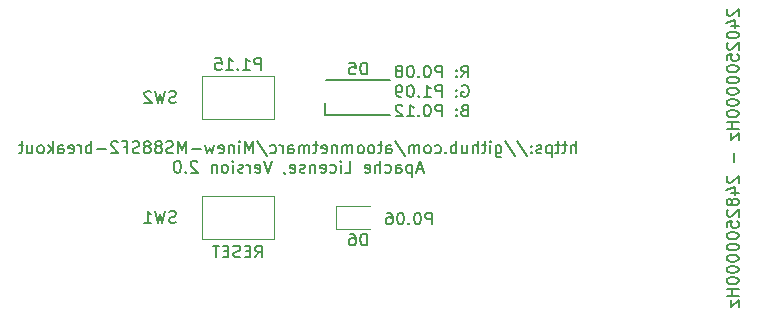
<source format=gbr>
G04 #@! TF.GenerationSoftware,KiCad,Pcbnew,(5.1.9)-1*
G04 #@! TF.CreationDate,2021-03-07T13:30:36+01:00*
G04 #@! TF.ProjectId,Minew MS88SF2 breakout,4d696e65-7720-44d5-9338-385346322062,rev?*
G04 #@! TF.SameCoordinates,Original*
G04 #@! TF.FileFunction,Legend,Bot*
G04 #@! TF.FilePolarity,Positive*
%FSLAX46Y46*%
G04 Gerber Fmt 4.6, Leading zero omitted, Abs format (unit mm)*
G04 Created by KiCad (PCBNEW (5.1.9)-1) date 2021-03-07 13:30:36*
%MOMM*%
%LPD*%
G01*
G04 APERTURE LIST*
%ADD10C,0.150000*%
%ADD11C,0.120000*%
G04 APERTURE END LIST*
D10*
X36377619Y12571428D02*
X36330000Y12523809D01*
X36282380Y12428571D01*
X36282380Y12190476D01*
X36330000Y12095238D01*
X36377619Y12047619D01*
X36472857Y12000000D01*
X36568095Y12000000D01*
X36710952Y12047619D01*
X37282380Y12619047D01*
X37282380Y12000000D01*
X36615714Y11142857D02*
X37282380Y11142857D01*
X36234761Y11380952D02*
X36949047Y11619047D01*
X36949047Y11000000D01*
X36282380Y10428571D02*
X36282380Y10333333D01*
X36330000Y10238095D01*
X36377619Y10190476D01*
X36472857Y10142857D01*
X36663333Y10095238D01*
X36901428Y10095238D01*
X37091904Y10142857D01*
X37187142Y10190476D01*
X37234761Y10238095D01*
X37282380Y10333333D01*
X37282380Y10428571D01*
X37234761Y10523809D01*
X37187142Y10571428D01*
X37091904Y10619047D01*
X36901428Y10666666D01*
X36663333Y10666666D01*
X36472857Y10619047D01*
X36377619Y10571428D01*
X36330000Y10523809D01*
X36282380Y10428571D01*
X36377619Y9714285D02*
X36330000Y9666666D01*
X36282380Y9571428D01*
X36282380Y9333333D01*
X36330000Y9238095D01*
X36377619Y9190476D01*
X36472857Y9142857D01*
X36568095Y9142857D01*
X36710952Y9190476D01*
X37282380Y9761904D01*
X37282380Y9142857D01*
X36282380Y8238095D02*
X36282380Y8714285D01*
X36758571Y8761904D01*
X36710952Y8714285D01*
X36663333Y8619047D01*
X36663333Y8380952D01*
X36710952Y8285714D01*
X36758571Y8238095D01*
X36853809Y8190476D01*
X37091904Y8190476D01*
X37187142Y8238095D01*
X37234761Y8285714D01*
X37282380Y8380952D01*
X37282380Y8619047D01*
X37234761Y8714285D01*
X37187142Y8761904D01*
X36282380Y7571428D02*
X36282380Y7476190D01*
X36330000Y7380952D01*
X36377619Y7333333D01*
X36472857Y7285714D01*
X36663333Y7238095D01*
X36901428Y7238095D01*
X37091904Y7285714D01*
X37187142Y7333333D01*
X37234761Y7380952D01*
X37282380Y7476190D01*
X37282380Y7571428D01*
X37234761Y7666666D01*
X37187142Y7714285D01*
X37091904Y7761904D01*
X36901428Y7809523D01*
X36663333Y7809523D01*
X36472857Y7761904D01*
X36377619Y7714285D01*
X36330000Y7666666D01*
X36282380Y7571428D01*
X36282380Y6619047D02*
X36282380Y6523809D01*
X36330000Y6428571D01*
X36377619Y6380952D01*
X36472857Y6333333D01*
X36663333Y6285714D01*
X36901428Y6285714D01*
X37091904Y6333333D01*
X37187142Y6380952D01*
X37234761Y6428571D01*
X37282380Y6523809D01*
X37282380Y6619047D01*
X37234761Y6714285D01*
X37187142Y6761904D01*
X37091904Y6809523D01*
X36901428Y6857142D01*
X36663333Y6857142D01*
X36472857Y6809523D01*
X36377619Y6761904D01*
X36330000Y6714285D01*
X36282380Y6619047D01*
X36282380Y5666666D02*
X36282380Y5571428D01*
X36330000Y5476190D01*
X36377619Y5428571D01*
X36472857Y5380952D01*
X36663333Y5333333D01*
X36901428Y5333333D01*
X37091904Y5380952D01*
X37187142Y5428571D01*
X37234761Y5476190D01*
X37282380Y5571428D01*
X37282380Y5666666D01*
X37234761Y5761904D01*
X37187142Y5809523D01*
X37091904Y5857142D01*
X36901428Y5904761D01*
X36663333Y5904761D01*
X36472857Y5857142D01*
X36377619Y5809523D01*
X36330000Y5761904D01*
X36282380Y5666666D01*
X36282380Y4714285D02*
X36282380Y4619047D01*
X36330000Y4523809D01*
X36377619Y4476190D01*
X36472857Y4428571D01*
X36663333Y4380952D01*
X36901428Y4380952D01*
X37091904Y4428571D01*
X37187142Y4476190D01*
X37234761Y4523809D01*
X37282380Y4619047D01*
X37282380Y4714285D01*
X37234761Y4809523D01*
X37187142Y4857142D01*
X37091904Y4904761D01*
X36901428Y4952380D01*
X36663333Y4952380D01*
X36472857Y4904761D01*
X36377619Y4857142D01*
X36330000Y4809523D01*
X36282380Y4714285D01*
X36282380Y3761904D02*
X36282380Y3666666D01*
X36330000Y3571428D01*
X36377619Y3523809D01*
X36472857Y3476190D01*
X36663333Y3428571D01*
X36901428Y3428571D01*
X37091904Y3476190D01*
X37187142Y3523809D01*
X37234761Y3571428D01*
X37282380Y3666666D01*
X37282380Y3761904D01*
X37234761Y3857142D01*
X37187142Y3904761D01*
X37091904Y3952380D01*
X36901428Y4000000D01*
X36663333Y4000000D01*
X36472857Y3952380D01*
X36377619Y3904761D01*
X36330000Y3857142D01*
X36282380Y3761904D01*
X37282380Y3000000D02*
X36282380Y3000000D01*
X36758571Y3000000D02*
X36758571Y2428571D01*
X37282380Y2428571D02*
X36282380Y2428571D01*
X36615714Y2047619D02*
X36615714Y1523809D01*
X37282380Y2047619D01*
X37282380Y1523809D01*
X36901428Y380952D02*
X36901428Y-380952D01*
X36377619Y-1571428D02*
X36330000Y-1619047D01*
X36282380Y-1714285D01*
X36282380Y-1952380D01*
X36330000Y-2047619D01*
X36377619Y-2095238D01*
X36472857Y-2142857D01*
X36568095Y-2142857D01*
X36710952Y-2095238D01*
X37282380Y-1523809D01*
X37282380Y-2142857D01*
X36615714Y-2999999D02*
X37282380Y-2999999D01*
X36234761Y-2761904D02*
X36949047Y-2523809D01*
X36949047Y-3142857D01*
X36710952Y-3666666D02*
X36663333Y-3571428D01*
X36615714Y-3523809D01*
X36520476Y-3476190D01*
X36472857Y-3476190D01*
X36377619Y-3523809D01*
X36330000Y-3571428D01*
X36282380Y-3666666D01*
X36282380Y-3857142D01*
X36330000Y-3952380D01*
X36377619Y-3999999D01*
X36472857Y-4047619D01*
X36520476Y-4047619D01*
X36615714Y-3999999D01*
X36663333Y-3952380D01*
X36710952Y-3857142D01*
X36710952Y-3666666D01*
X36758571Y-3571428D01*
X36806190Y-3523809D01*
X36901428Y-3476190D01*
X37091904Y-3476190D01*
X37187142Y-3523809D01*
X37234761Y-3571428D01*
X37282380Y-3666666D01*
X37282380Y-3857142D01*
X37234761Y-3952380D01*
X37187142Y-3999999D01*
X37091904Y-4047619D01*
X36901428Y-4047619D01*
X36806190Y-3999999D01*
X36758571Y-3952380D01*
X36710952Y-3857142D01*
X36377619Y-4428571D02*
X36330000Y-4476190D01*
X36282380Y-4571428D01*
X36282380Y-4809523D01*
X36330000Y-4904761D01*
X36377619Y-4952380D01*
X36472857Y-4999999D01*
X36568095Y-4999999D01*
X36710952Y-4952380D01*
X37282380Y-4380952D01*
X37282380Y-4999999D01*
X36282380Y-5904761D02*
X36282380Y-5428571D01*
X36758571Y-5380952D01*
X36710952Y-5428571D01*
X36663333Y-5523809D01*
X36663333Y-5761904D01*
X36710952Y-5857142D01*
X36758571Y-5904761D01*
X36853809Y-5952380D01*
X37091904Y-5952380D01*
X37187142Y-5904761D01*
X37234761Y-5857142D01*
X37282380Y-5761904D01*
X37282380Y-5523809D01*
X37234761Y-5428571D01*
X37187142Y-5380952D01*
X36282380Y-6571428D02*
X36282380Y-6666666D01*
X36330000Y-6761904D01*
X36377619Y-6809523D01*
X36472857Y-6857142D01*
X36663333Y-6904761D01*
X36901428Y-6904761D01*
X37091904Y-6857142D01*
X37187142Y-6809523D01*
X37234761Y-6761904D01*
X37282380Y-6666666D01*
X37282380Y-6571428D01*
X37234761Y-6476190D01*
X37187142Y-6428571D01*
X37091904Y-6380952D01*
X36901428Y-6333333D01*
X36663333Y-6333333D01*
X36472857Y-6380952D01*
X36377619Y-6428571D01*
X36330000Y-6476190D01*
X36282380Y-6571428D01*
X36282380Y-7523809D02*
X36282380Y-7619047D01*
X36330000Y-7714285D01*
X36377619Y-7761904D01*
X36472857Y-7809523D01*
X36663333Y-7857142D01*
X36901428Y-7857142D01*
X37091904Y-7809523D01*
X37187142Y-7761904D01*
X37234761Y-7714285D01*
X37282380Y-7619047D01*
X37282380Y-7523809D01*
X37234761Y-7428571D01*
X37187142Y-7380952D01*
X37091904Y-7333333D01*
X36901428Y-7285714D01*
X36663333Y-7285714D01*
X36472857Y-7333333D01*
X36377619Y-7380952D01*
X36330000Y-7428571D01*
X36282380Y-7523809D01*
X36282380Y-8476190D02*
X36282380Y-8571428D01*
X36330000Y-8666666D01*
X36377619Y-8714285D01*
X36472857Y-8761904D01*
X36663333Y-8809523D01*
X36901428Y-8809523D01*
X37091904Y-8761904D01*
X37187142Y-8714285D01*
X37234761Y-8666666D01*
X37282380Y-8571428D01*
X37282380Y-8476190D01*
X37234761Y-8380952D01*
X37187142Y-8333333D01*
X37091904Y-8285714D01*
X36901428Y-8238095D01*
X36663333Y-8238095D01*
X36472857Y-8285714D01*
X36377619Y-8333333D01*
X36330000Y-8380952D01*
X36282380Y-8476190D01*
X36282380Y-9428571D02*
X36282380Y-9523809D01*
X36330000Y-9619047D01*
X36377619Y-9666666D01*
X36472857Y-9714285D01*
X36663333Y-9761904D01*
X36901428Y-9761904D01*
X37091904Y-9714285D01*
X37187142Y-9666666D01*
X37234761Y-9619047D01*
X37282380Y-9523809D01*
X37282380Y-9428571D01*
X37234761Y-9333333D01*
X37187142Y-9285714D01*
X37091904Y-9238095D01*
X36901428Y-9190476D01*
X36663333Y-9190476D01*
X36472857Y-9238095D01*
X36377619Y-9285714D01*
X36330000Y-9333333D01*
X36282380Y-9428571D01*
X36282380Y-10380952D02*
X36282380Y-10476190D01*
X36330000Y-10571428D01*
X36377619Y-10619047D01*
X36472857Y-10666666D01*
X36663333Y-10714285D01*
X36901428Y-10714285D01*
X37091904Y-10666666D01*
X37187142Y-10619047D01*
X37234761Y-10571428D01*
X37282380Y-10476190D01*
X37282380Y-10380952D01*
X37234761Y-10285714D01*
X37187142Y-10238095D01*
X37091904Y-10190476D01*
X36901428Y-10142857D01*
X36663333Y-10142857D01*
X36472857Y-10190476D01*
X36377619Y-10238095D01*
X36330000Y-10285714D01*
X36282380Y-10380952D01*
X37282380Y-11142857D02*
X36282380Y-11142857D01*
X36758571Y-11142857D02*
X36758571Y-11714285D01*
X37282380Y-11714285D02*
X36282380Y-11714285D01*
X36615714Y-12095238D02*
X36615714Y-12619047D01*
X37282380Y-12095238D01*
X37282380Y-12619047D01*
X23499999Y372619D02*
X23499999Y1372619D01*
X23071428Y372619D02*
X23071428Y896428D01*
X23119047Y991666D01*
X23214285Y1039285D01*
X23357142Y1039285D01*
X23452380Y991666D01*
X23499999Y944047D01*
X22738095Y1039285D02*
X22357142Y1039285D01*
X22595238Y1372619D02*
X22595238Y515476D01*
X22547619Y420238D01*
X22452380Y372619D01*
X22357142Y372619D01*
X22166666Y1039285D02*
X21785714Y1039285D01*
X22023809Y1372619D02*
X22023809Y515476D01*
X21976190Y420238D01*
X21880952Y372619D01*
X21785714Y372619D01*
X21452380Y1039285D02*
X21452380Y39285D01*
X21452380Y991666D02*
X21357142Y1039285D01*
X21166666Y1039285D01*
X21071428Y991666D01*
X21023809Y944047D01*
X20976190Y848809D01*
X20976190Y563095D01*
X21023809Y467857D01*
X21071428Y420238D01*
X21166666Y372619D01*
X21357142Y372619D01*
X21452380Y420238D01*
X20595238Y420238D02*
X20499999Y372619D01*
X20309523Y372619D01*
X20214285Y420238D01*
X20166666Y515476D01*
X20166666Y563095D01*
X20214285Y658333D01*
X20309523Y705952D01*
X20452380Y705952D01*
X20547619Y753571D01*
X20595238Y848809D01*
X20595238Y896428D01*
X20547619Y991666D01*
X20452380Y1039285D01*
X20309523Y1039285D01*
X20214285Y991666D01*
X19738095Y467857D02*
X19690476Y420238D01*
X19738095Y372619D01*
X19785714Y420238D01*
X19738095Y467857D01*
X19738095Y372619D01*
X19738095Y991666D02*
X19690476Y944047D01*
X19738095Y896428D01*
X19785714Y944047D01*
X19738095Y991666D01*
X19738095Y896428D01*
X18547619Y1420238D02*
X19404761Y134523D01*
X17499999Y1420238D02*
X18357142Y134523D01*
X16738095Y1039285D02*
X16738095Y229761D01*
X16785714Y134523D01*
X16833333Y86904D01*
X16928571Y39285D01*
X17071428Y39285D01*
X17166666Y86904D01*
X16738095Y420238D02*
X16833333Y372619D01*
X17023809Y372619D01*
X17119047Y420238D01*
X17166666Y467857D01*
X17214285Y563095D01*
X17214285Y848809D01*
X17166666Y944047D01*
X17119047Y991666D01*
X17023809Y1039285D01*
X16833333Y1039285D01*
X16738095Y991666D01*
X16261904Y372619D02*
X16261904Y1039285D01*
X16261904Y1372619D02*
X16309523Y1325000D01*
X16261904Y1277380D01*
X16214285Y1325000D01*
X16261904Y1372619D01*
X16261904Y1277380D01*
X15928571Y1039285D02*
X15547619Y1039285D01*
X15785714Y1372619D02*
X15785714Y515476D01*
X15738095Y420238D01*
X15642857Y372619D01*
X15547619Y372619D01*
X15214285Y372619D02*
X15214285Y1372619D01*
X14785714Y372619D02*
X14785714Y896428D01*
X14833333Y991666D01*
X14928571Y1039285D01*
X15071428Y1039285D01*
X15166666Y991666D01*
X15214285Y944047D01*
X13880952Y1039285D02*
X13880952Y372619D01*
X14309523Y1039285D02*
X14309523Y515476D01*
X14261904Y420238D01*
X14166666Y372619D01*
X14023809Y372619D01*
X13928571Y420238D01*
X13880952Y467857D01*
X13404761Y372619D02*
X13404761Y1372619D01*
X13404761Y991666D02*
X13309523Y1039285D01*
X13119047Y1039285D01*
X13023809Y991666D01*
X12976190Y944047D01*
X12928571Y848809D01*
X12928571Y563095D01*
X12976190Y467857D01*
X13023809Y420238D01*
X13119047Y372619D01*
X13309523Y372619D01*
X13404761Y420238D01*
X12500000Y467857D02*
X12452380Y420238D01*
X12500000Y372619D01*
X12547619Y420238D01*
X12500000Y467857D01*
X12500000Y372619D01*
X11595238Y420238D02*
X11690476Y372619D01*
X11880952Y372619D01*
X11976190Y420238D01*
X12023809Y467857D01*
X12071428Y563095D01*
X12071428Y848809D01*
X12023809Y944047D01*
X11976190Y991666D01*
X11880952Y1039285D01*
X11690476Y1039285D01*
X11595238Y991666D01*
X11023809Y372619D02*
X11119047Y420238D01*
X11166666Y467857D01*
X11214285Y563095D01*
X11214285Y848809D01*
X11166666Y944047D01*
X11119047Y991666D01*
X11023809Y1039285D01*
X10880952Y1039285D01*
X10785714Y991666D01*
X10738095Y944047D01*
X10690476Y848809D01*
X10690476Y563095D01*
X10738095Y467857D01*
X10785714Y420238D01*
X10880952Y372619D01*
X11023809Y372619D01*
X10261904Y372619D02*
X10261904Y1039285D01*
X10261904Y944047D02*
X10214285Y991666D01*
X10119047Y1039285D01*
X9976190Y1039285D01*
X9880952Y991666D01*
X9833333Y896428D01*
X9833333Y372619D01*
X9833333Y896428D02*
X9785714Y991666D01*
X9690476Y1039285D01*
X9547619Y1039285D01*
X9452380Y991666D01*
X9404761Y896428D01*
X9404761Y372619D01*
X8214285Y1420238D02*
X9071428Y134523D01*
X7452380Y372619D02*
X7452380Y896428D01*
X7500000Y991666D01*
X7595238Y1039285D01*
X7785714Y1039285D01*
X7880952Y991666D01*
X7452380Y420238D02*
X7547619Y372619D01*
X7785714Y372619D01*
X7880952Y420238D01*
X7928571Y515476D01*
X7928571Y610714D01*
X7880952Y705952D01*
X7785714Y753571D01*
X7547619Y753571D01*
X7452380Y801190D01*
X7119047Y1039285D02*
X6738095Y1039285D01*
X6976190Y1372619D02*
X6976190Y515476D01*
X6928571Y420238D01*
X6833333Y372619D01*
X6738095Y372619D01*
X6261904Y372619D02*
X6357142Y420238D01*
X6404761Y467857D01*
X6452380Y563095D01*
X6452380Y848809D01*
X6404761Y944047D01*
X6357142Y991666D01*
X6261904Y1039285D01*
X6119047Y1039285D01*
X6023809Y991666D01*
X5976190Y944047D01*
X5928571Y848809D01*
X5928571Y563095D01*
X5976190Y467857D01*
X6023809Y420238D01*
X6119047Y372619D01*
X6261904Y372619D01*
X5357142Y372619D02*
X5452380Y420238D01*
X5500000Y467857D01*
X5547619Y563095D01*
X5547619Y848809D01*
X5500000Y944047D01*
X5452380Y991666D01*
X5357142Y1039285D01*
X5214285Y1039285D01*
X5119047Y991666D01*
X5071428Y944047D01*
X5023809Y848809D01*
X5023809Y563095D01*
X5071428Y467857D01*
X5119047Y420238D01*
X5214285Y372619D01*
X5357142Y372619D01*
X4595238Y372619D02*
X4595238Y1039285D01*
X4595238Y944047D02*
X4547619Y991666D01*
X4452380Y1039285D01*
X4309523Y1039285D01*
X4214285Y991666D01*
X4166666Y896428D01*
X4166666Y372619D01*
X4166666Y896428D02*
X4119047Y991666D01*
X4023809Y1039285D01*
X3880952Y1039285D01*
X3785714Y991666D01*
X3738095Y896428D01*
X3738095Y372619D01*
X3261904Y1039285D02*
X3261904Y372619D01*
X3261904Y944047D02*
X3214285Y991666D01*
X3119047Y1039285D01*
X2976190Y1039285D01*
X2880952Y991666D01*
X2833333Y896428D01*
X2833333Y372619D01*
X1976190Y420238D02*
X2071428Y372619D01*
X2261904Y372619D01*
X2357142Y420238D01*
X2404761Y515476D01*
X2404761Y896428D01*
X2357142Y991666D01*
X2261904Y1039285D01*
X2071428Y1039285D01*
X1976190Y991666D01*
X1928571Y896428D01*
X1928571Y801190D01*
X2404761Y705952D01*
X1642857Y1039285D02*
X1261904Y1039285D01*
X1500000Y1372619D02*
X1500000Y515476D01*
X1452380Y420238D01*
X1357142Y372619D01*
X1261904Y372619D01*
X928571Y372619D02*
X928571Y1039285D01*
X928571Y944047D02*
X880952Y991666D01*
X785714Y1039285D01*
X642857Y1039285D01*
X547619Y991666D01*
X500000Y896428D01*
X500000Y372619D01*
X500000Y896428D02*
X452380Y991666D01*
X357142Y1039285D01*
X214285Y1039285D01*
X119047Y991666D01*
X71428Y896428D01*
X71428Y372619D01*
X-833333Y372619D02*
X-833333Y896428D01*
X-785714Y991666D01*
X-690476Y1039285D01*
X-499999Y1039285D01*
X-404761Y991666D01*
X-833333Y420238D02*
X-738095Y372619D01*
X-499999Y372619D01*
X-404761Y420238D01*
X-357142Y515476D01*
X-357142Y610714D01*
X-404761Y705952D01*
X-499999Y753571D01*
X-738095Y753571D01*
X-833333Y801190D01*
X-1309523Y372619D02*
X-1309523Y1039285D01*
X-1309523Y848809D02*
X-1357142Y944047D01*
X-1404761Y991666D01*
X-1499999Y1039285D01*
X-1595238Y1039285D01*
X-2357142Y420238D02*
X-2261904Y372619D01*
X-2071428Y372619D01*
X-1976190Y420238D01*
X-1928571Y467857D01*
X-1880952Y563095D01*
X-1880952Y848809D01*
X-1928571Y944047D01*
X-1976190Y991666D01*
X-2071428Y1039285D01*
X-2261904Y1039285D01*
X-2357142Y991666D01*
X-3499999Y1420238D02*
X-2642857Y134523D01*
X-3833333Y372619D02*
X-3833333Y1372619D01*
X-4166666Y658333D01*
X-4499999Y1372619D01*
X-4499999Y372619D01*
X-4976190Y372619D02*
X-4976190Y1039285D01*
X-4976190Y1372619D02*
X-4928571Y1325000D01*
X-4976190Y1277380D01*
X-5023809Y1325000D01*
X-4976190Y1372619D01*
X-4976190Y1277380D01*
X-5452380Y1039285D02*
X-5452380Y372619D01*
X-5452380Y944047D02*
X-5499999Y991666D01*
X-5595238Y1039285D01*
X-5738095Y1039285D01*
X-5833333Y991666D01*
X-5880952Y896428D01*
X-5880952Y372619D01*
X-6738095Y420238D02*
X-6642857Y372619D01*
X-6452380Y372619D01*
X-6357142Y420238D01*
X-6309523Y515476D01*
X-6309523Y896428D01*
X-6357142Y991666D01*
X-6452380Y1039285D01*
X-6642857Y1039285D01*
X-6738095Y991666D01*
X-6785714Y896428D01*
X-6785714Y801190D01*
X-6309523Y705952D01*
X-7119047Y1039285D02*
X-7309523Y372619D01*
X-7499999Y848809D01*
X-7690476Y372619D01*
X-7880952Y1039285D01*
X-8261904Y753571D02*
X-9023809Y753571D01*
X-9499999Y372619D02*
X-9499999Y1372619D01*
X-9833333Y658333D01*
X-10166666Y1372619D01*
X-10166666Y372619D01*
X-10595238Y420238D02*
X-10738095Y372619D01*
X-10976190Y372619D01*
X-11071428Y420238D01*
X-11119047Y467857D01*
X-11166666Y563095D01*
X-11166666Y658333D01*
X-11119047Y753571D01*
X-11071428Y801190D01*
X-10976190Y848809D01*
X-10785714Y896428D01*
X-10690476Y944047D01*
X-10642857Y991666D01*
X-10595238Y1086904D01*
X-10595238Y1182142D01*
X-10642857Y1277380D01*
X-10690476Y1325000D01*
X-10785714Y1372619D01*
X-11023809Y1372619D01*
X-11166666Y1325000D01*
X-11738095Y944047D02*
X-11642857Y991666D01*
X-11595238Y1039285D01*
X-11547619Y1134523D01*
X-11547619Y1182142D01*
X-11595238Y1277380D01*
X-11642857Y1325000D01*
X-11738095Y1372619D01*
X-11928571Y1372619D01*
X-12023809Y1325000D01*
X-12071428Y1277380D01*
X-12119047Y1182142D01*
X-12119047Y1134523D01*
X-12071428Y1039285D01*
X-12023809Y991666D01*
X-11928571Y944047D01*
X-11738095Y944047D01*
X-11642857Y896428D01*
X-11595238Y848809D01*
X-11547619Y753571D01*
X-11547619Y563095D01*
X-11595238Y467857D01*
X-11642857Y420238D01*
X-11738095Y372619D01*
X-11928571Y372619D01*
X-12023809Y420238D01*
X-12071428Y467857D01*
X-12119047Y563095D01*
X-12119047Y753571D01*
X-12071428Y848809D01*
X-12023809Y896428D01*
X-11928571Y944047D01*
X-12690476Y944047D02*
X-12595238Y991666D01*
X-12547619Y1039285D01*
X-12499999Y1134523D01*
X-12499999Y1182142D01*
X-12547619Y1277380D01*
X-12595238Y1325000D01*
X-12690476Y1372619D01*
X-12880952Y1372619D01*
X-12976190Y1325000D01*
X-13023809Y1277380D01*
X-13071428Y1182142D01*
X-13071428Y1134523D01*
X-13023809Y1039285D01*
X-12976190Y991666D01*
X-12880952Y944047D01*
X-12690476Y944047D01*
X-12595238Y896428D01*
X-12547619Y848809D01*
X-12499999Y753571D01*
X-12499999Y563095D01*
X-12547619Y467857D01*
X-12595238Y420238D01*
X-12690476Y372619D01*
X-12880952Y372619D01*
X-12976190Y420238D01*
X-13023809Y467857D01*
X-13071428Y563095D01*
X-13071428Y753571D01*
X-13023809Y848809D01*
X-12976190Y896428D01*
X-12880952Y944047D01*
X-13452380Y420238D02*
X-13595238Y372619D01*
X-13833333Y372619D01*
X-13928571Y420238D01*
X-13976190Y467857D01*
X-14023809Y563095D01*
X-14023809Y658333D01*
X-13976190Y753571D01*
X-13928571Y801190D01*
X-13833333Y848809D01*
X-13642857Y896428D01*
X-13547619Y944047D01*
X-13499999Y991666D01*
X-13452380Y1086904D01*
X-13452380Y1182142D01*
X-13499999Y1277380D01*
X-13547619Y1325000D01*
X-13642857Y1372619D01*
X-13880952Y1372619D01*
X-14023809Y1325000D01*
X-14785714Y896428D02*
X-14452380Y896428D01*
X-14452380Y372619D02*
X-14452380Y1372619D01*
X-14928571Y1372619D01*
X-15261904Y1277380D02*
X-15309523Y1325000D01*
X-15404761Y1372619D01*
X-15642857Y1372619D01*
X-15738095Y1325000D01*
X-15785714Y1277380D01*
X-15833333Y1182142D01*
X-15833333Y1086904D01*
X-15785714Y944047D01*
X-15214285Y372619D01*
X-15833333Y372619D01*
X-16261904Y753571D02*
X-17023809Y753571D01*
X-17499999Y372619D02*
X-17499999Y1372619D01*
X-17499999Y991666D02*
X-17595238Y1039285D01*
X-17785714Y1039285D01*
X-17880952Y991666D01*
X-17928571Y944047D01*
X-17976190Y848809D01*
X-17976190Y563095D01*
X-17928571Y467857D01*
X-17880952Y420238D01*
X-17785714Y372619D01*
X-17595238Y372619D01*
X-17499999Y420238D01*
X-18404761Y372619D02*
X-18404761Y1039285D01*
X-18404761Y848809D02*
X-18452380Y944047D01*
X-18499999Y991666D01*
X-18595238Y1039285D01*
X-18690476Y1039285D01*
X-19404761Y420238D02*
X-19309523Y372619D01*
X-19119047Y372619D01*
X-19023809Y420238D01*
X-18976190Y515476D01*
X-18976190Y896428D01*
X-19023809Y991666D01*
X-19119047Y1039285D01*
X-19309523Y1039285D01*
X-19404761Y991666D01*
X-19452380Y896428D01*
X-19452380Y801190D01*
X-18976190Y705952D01*
X-20309523Y372619D02*
X-20309523Y896428D01*
X-20261904Y991666D01*
X-20166666Y1039285D01*
X-19976190Y1039285D01*
X-19880952Y991666D01*
X-20309523Y420238D02*
X-20214285Y372619D01*
X-19976190Y372619D01*
X-19880952Y420238D01*
X-19833333Y515476D01*
X-19833333Y610714D01*
X-19880952Y705952D01*
X-19976190Y753571D01*
X-20214285Y753571D01*
X-20309523Y801190D01*
X-20785714Y372619D02*
X-20785714Y1372619D01*
X-20880952Y753571D02*
X-21166666Y372619D01*
X-21166666Y1039285D02*
X-20785714Y658333D01*
X-21738095Y372619D02*
X-21642857Y420238D01*
X-21595238Y467857D01*
X-21547619Y563095D01*
X-21547619Y848809D01*
X-21595238Y944047D01*
X-21642857Y991666D01*
X-21738095Y1039285D01*
X-21880952Y1039285D01*
X-21976190Y991666D01*
X-22023809Y944047D01*
X-22071428Y848809D01*
X-22071428Y563095D01*
X-22023809Y467857D01*
X-21976190Y420238D01*
X-21880952Y372619D01*
X-21738095Y372619D01*
X-22928571Y1039285D02*
X-22928571Y372619D01*
X-22499999Y1039285D02*
X-22499999Y515476D01*
X-22547619Y420238D01*
X-22642857Y372619D01*
X-22785714Y372619D01*
X-22880952Y420238D01*
X-22928571Y467857D01*
X-23261904Y1039285D02*
X-23642857Y1039285D01*
X-23404761Y1372619D02*
X-23404761Y515476D01*
X-23452380Y420238D01*
X-23547619Y372619D01*
X-23642857Y372619D01*
X10523809Y-991666D02*
X10047619Y-991666D01*
X10619047Y-1277380D02*
X10285714Y-277380D01*
X9952380Y-1277380D01*
X9619047Y-610714D02*
X9619047Y-1610714D01*
X9619047Y-658333D02*
X9523809Y-610714D01*
X9333333Y-610714D01*
X9238095Y-658333D01*
X9190476Y-705952D01*
X9142857Y-801190D01*
X9142857Y-1086904D01*
X9190476Y-1182142D01*
X9238095Y-1229761D01*
X9333333Y-1277380D01*
X9523809Y-1277380D01*
X9619047Y-1229761D01*
X8285714Y-1277380D02*
X8285714Y-753571D01*
X8333333Y-658333D01*
X8428571Y-610714D01*
X8619047Y-610714D01*
X8714285Y-658333D01*
X8285714Y-1229761D02*
X8380952Y-1277380D01*
X8619047Y-1277380D01*
X8714285Y-1229761D01*
X8761904Y-1134523D01*
X8761904Y-1039285D01*
X8714285Y-944047D01*
X8619047Y-896428D01*
X8380952Y-896428D01*
X8285714Y-848809D01*
X7380952Y-1229761D02*
X7476190Y-1277380D01*
X7666666Y-1277380D01*
X7761904Y-1229761D01*
X7809523Y-1182142D01*
X7857142Y-1086904D01*
X7857142Y-801190D01*
X7809523Y-705952D01*
X7761904Y-658333D01*
X7666666Y-610714D01*
X7476190Y-610714D01*
X7380952Y-658333D01*
X6952380Y-1277380D02*
X6952380Y-277380D01*
X6523809Y-1277380D02*
X6523809Y-753571D01*
X6571428Y-658333D01*
X6666666Y-610714D01*
X6809523Y-610714D01*
X6904761Y-658333D01*
X6952380Y-705952D01*
X5666666Y-1229761D02*
X5761904Y-1277380D01*
X5952380Y-1277380D01*
X6047619Y-1229761D01*
X6095238Y-1134523D01*
X6095238Y-753571D01*
X6047619Y-658333D01*
X5952380Y-610714D01*
X5761904Y-610714D01*
X5666666Y-658333D01*
X5619047Y-753571D01*
X5619047Y-848809D01*
X6095238Y-944047D01*
X3952380Y-1277380D02*
X4428571Y-1277380D01*
X4428571Y-277380D01*
X3619047Y-1277380D02*
X3619047Y-610714D01*
X3619047Y-277380D02*
X3666666Y-325000D01*
X3619047Y-372619D01*
X3571428Y-325000D01*
X3619047Y-277380D01*
X3619047Y-372619D01*
X2714285Y-1229761D02*
X2809523Y-1277380D01*
X3000000Y-1277380D01*
X3095238Y-1229761D01*
X3142857Y-1182142D01*
X3190476Y-1086904D01*
X3190476Y-801190D01*
X3142857Y-705952D01*
X3095238Y-658333D01*
X3000000Y-610714D01*
X2809523Y-610714D01*
X2714285Y-658333D01*
X1904761Y-1229761D02*
X2000000Y-1277380D01*
X2190476Y-1277380D01*
X2285714Y-1229761D01*
X2333333Y-1134523D01*
X2333333Y-753571D01*
X2285714Y-658333D01*
X2190476Y-610714D01*
X2000000Y-610714D01*
X1904761Y-658333D01*
X1857142Y-753571D01*
X1857142Y-848809D01*
X2333333Y-944047D01*
X1428571Y-610714D02*
X1428571Y-1277380D01*
X1428571Y-705952D02*
X1380952Y-658333D01*
X1285714Y-610714D01*
X1142857Y-610714D01*
X1047619Y-658333D01*
X1000000Y-753571D01*
X1000000Y-1277380D01*
X571428Y-1229761D02*
X476190Y-1277380D01*
X285714Y-1277380D01*
X190476Y-1229761D01*
X142857Y-1134523D01*
X142857Y-1086904D01*
X190476Y-991666D01*
X285714Y-944047D01*
X428571Y-944047D01*
X523809Y-896428D01*
X571428Y-801190D01*
X571428Y-753571D01*
X523809Y-658333D01*
X428571Y-610714D01*
X285714Y-610714D01*
X190476Y-658333D01*
X-666666Y-1229761D02*
X-571428Y-1277380D01*
X-380952Y-1277380D01*
X-285714Y-1229761D01*
X-238095Y-1134523D01*
X-238095Y-753571D01*
X-285714Y-658333D01*
X-380952Y-610714D01*
X-571428Y-610714D01*
X-666666Y-658333D01*
X-714285Y-753571D01*
X-714285Y-848809D01*
X-238095Y-944047D01*
X-1190476Y-1229761D02*
X-1190476Y-1277380D01*
X-1142857Y-1372619D01*
X-1095238Y-1420238D01*
X-2238095Y-277380D02*
X-2571428Y-1277380D01*
X-2904761Y-277380D01*
X-3619047Y-1229761D02*
X-3523809Y-1277380D01*
X-3333333Y-1277380D01*
X-3238095Y-1229761D01*
X-3190476Y-1134523D01*
X-3190476Y-753571D01*
X-3238095Y-658333D01*
X-3333333Y-610714D01*
X-3523809Y-610714D01*
X-3619047Y-658333D01*
X-3666666Y-753571D01*
X-3666666Y-848809D01*
X-3190476Y-944047D01*
X-4095238Y-1277380D02*
X-4095238Y-610714D01*
X-4095238Y-801190D02*
X-4142857Y-705952D01*
X-4190476Y-658333D01*
X-4285714Y-610714D01*
X-4380952Y-610714D01*
X-4666666Y-1229761D02*
X-4761904Y-1277380D01*
X-4952380Y-1277380D01*
X-5047619Y-1229761D01*
X-5095238Y-1134523D01*
X-5095238Y-1086904D01*
X-5047619Y-991666D01*
X-4952380Y-944047D01*
X-4809523Y-944047D01*
X-4714285Y-896428D01*
X-4666666Y-801190D01*
X-4666666Y-753571D01*
X-4714285Y-658333D01*
X-4809523Y-610714D01*
X-4952380Y-610714D01*
X-5047619Y-658333D01*
X-5523809Y-1277380D02*
X-5523809Y-610714D01*
X-5523809Y-277380D02*
X-5476190Y-325000D01*
X-5523809Y-372619D01*
X-5571428Y-325000D01*
X-5523809Y-277380D01*
X-5523809Y-372619D01*
X-6142857Y-1277380D02*
X-6047619Y-1229761D01*
X-5999999Y-1182142D01*
X-5952380Y-1086904D01*
X-5952380Y-801190D01*
X-5999999Y-705952D01*
X-6047619Y-658333D01*
X-6142857Y-610714D01*
X-6285714Y-610714D01*
X-6380952Y-658333D01*
X-6428571Y-705952D01*
X-6476190Y-801190D01*
X-6476190Y-1086904D01*
X-6428571Y-1182142D01*
X-6380952Y-1229761D01*
X-6285714Y-1277380D01*
X-6142857Y-1277380D01*
X-6904761Y-610714D02*
X-6904761Y-1277380D01*
X-6904761Y-705952D02*
X-6952380Y-658333D01*
X-7047619Y-610714D01*
X-7190476Y-610714D01*
X-7285714Y-658333D01*
X-7333333Y-753571D01*
X-7333333Y-1277380D01*
X-8523809Y-372619D02*
X-8571428Y-325000D01*
X-8666666Y-277380D01*
X-8904761Y-277380D01*
X-8999999Y-325000D01*
X-9047619Y-372619D01*
X-9095238Y-467857D01*
X-9095238Y-563095D01*
X-9047619Y-705952D01*
X-8476190Y-1277380D01*
X-9095238Y-1277380D01*
X-9523809Y-1182142D02*
X-9571428Y-1229761D01*
X-9523809Y-1277380D01*
X-9476190Y-1229761D01*
X-9523809Y-1182142D01*
X-9523809Y-1277380D01*
X-10190476Y-277380D02*
X-10285714Y-277380D01*
X-10380952Y-325000D01*
X-10428571Y-372619D01*
X-10476190Y-467857D01*
X-10523809Y-658333D01*
X-10523809Y-896428D01*
X-10476190Y-1086904D01*
X-10428571Y-1182142D01*
X-10380952Y-1229761D01*
X-10285714Y-1277380D01*
X-10190476Y-1277380D01*
X-10095238Y-1229761D01*
X-10047619Y-1182142D01*
X-9999999Y-1086904D01*
X-9952380Y-896428D01*
X-9952380Y-658333D01*
X-9999999Y-467857D01*
X-10047619Y-372619D01*
X-10095238Y-325000D01*
X-10190476Y-277380D01*
X13824976Y6785619D02*
X14158309Y7261809D01*
X14396404Y6785619D02*
X14396404Y7785619D01*
X14015452Y7785619D01*
X13920214Y7738000D01*
X13872595Y7690380D01*
X13824976Y7595142D01*
X13824976Y7452285D01*
X13872595Y7357047D01*
X13920214Y7309428D01*
X14015452Y7261809D01*
X14396404Y7261809D01*
X13396404Y6880857D02*
X13348785Y6833238D01*
X13396404Y6785619D01*
X13444023Y6833238D01*
X13396404Y6880857D01*
X13396404Y6785619D01*
X13396404Y7404666D02*
X13348785Y7357047D01*
X13396404Y7309428D01*
X13444023Y7357047D01*
X13396404Y7404666D01*
X13396404Y7309428D01*
X12158309Y6785619D02*
X12158309Y7785619D01*
X11777357Y7785619D01*
X11682119Y7738000D01*
X11634500Y7690380D01*
X11586880Y7595142D01*
X11586880Y7452285D01*
X11634500Y7357047D01*
X11682119Y7309428D01*
X11777357Y7261809D01*
X12158309Y7261809D01*
X10967833Y7785619D02*
X10872595Y7785619D01*
X10777357Y7738000D01*
X10729738Y7690380D01*
X10682119Y7595142D01*
X10634500Y7404666D01*
X10634500Y7166571D01*
X10682119Y6976095D01*
X10729738Y6880857D01*
X10777357Y6833238D01*
X10872595Y6785619D01*
X10967833Y6785619D01*
X11063071Y6833238D01*
X11110690Y6880857D01*
X11158309Y6976095D01*
X11205928Y7166571D01*
X11205928Y7404666D01*
X11158309Y7595142D01*
X11110690Y7690380D01*
X11063071Y7738000D01*
X10967833Y7785619D01*
X10205928Y6880857D02*
X10158309Y6833238D01*
X10205928Y6785619D01*
X10253547Y6833238D01*
X10205928Y6880857D01*
X10205928Y6785619D01*
X9539261Y7785619D02*
X9444023Y7785619D01*
X9348785Y7738000D01*
X9301166Y7690380D01*
X9253547Y7595142D01*
X9205928Y7404666D01*
X9205928Y7166571D01*
X9253547Y6976095D01*
X9301166Y6880857D01*
X9348785Y6833238D01*
X9444023Y6785619D01*
X9539261Y6785619D01*
X9634500Y6833238D01*
X9682119Y6880857D01*
X9729738Y6976095D01*
X9777357Y7166571D01*
X9777357Y7404666D01*
X9729738Y7595142D01*
X9682119Y7690380D01*
X9634500Y7738000D01*
X9539261Y7785619D01*
X8634500Y7357047D02*
X8729738Y7404666D01*
X8777357Y7452285D01*
X8824976Y7547523D01*
X8824976Y7595142D01*
X8777357Y7690380D01*
X8729738Y7738000D01*
X8634500Y7785619D01*
X8444023Y7785619D01*
X8348785Y7738000D01*
X8301166Y7690380D01*
X8253547Y7595142D01*
X8253547Y7547523D01*
X8301166Y7452285D01*
X8348785Y7404666D01*
X8444023Y7357047D01*
X8634500Y7357047D01*
X8729738Y7309428D01*
X8777357Y7261809D01*
X8824976Y7166571D01*
X8824976Y6976095D01*
X8777357Y6880857D01*
X8729738Y6833238D01*
X8634500Y6785619D01*
X8444023Y6785619D01*
X8348785Y6833238D01*
X8301166Y6880857D01*
X8253547Y6976095D01*
X8253547Y7166571D01*
X8301166Y7261809D01*
X8348785Y7309428D01*
X8444023Y7357047D01*
X13872595Y6088000D02*
X13967833Y6135619D01*
X14110690Y6135619D01*
X14253547Y6088000D01*
X14348785Y5992761D01*
X14396404Y5897523D01*
X14444023Y5707047D01*
X14444023Y5564190D01*
X14396404Y5373714D01*
X14348785Y5278476D01*
X14253547Y5183238D01*
X14110690Y5135619D01*
X14015452Y5135619D01*
X13872595Y5183238D01*
X13824976Y5230857D01*
X13824976Y5564190D01*
X14015452Y5564190D01*
X13396404Y5230857D02*
X13348785Y5183238D01*
X13396404Y5135619D01*
X13444023Y5183238D01*
X13396404Y5230857D01*
X13396404Y5135619D01*
X13396404Y5754666D02*
X13348785Y5707047D01*
X13396404Y5659428D01*
X13444023Y5707047D01*
X13396404Y5754666D01*
X13396404Y5659428D01*
X12158309Y5135619D02*
X12158309Y6135619D01*
X11777357Y6135619D01*
X11682119Y6088000D01*
X11634500Y6040380D01*
X11586880Y5945142D01*
X11586880Y5802285D01*
X11634500Y5707047D01*
X11682119Y5659428D01*
X11777357Y5611809D01*
X12158309Y5611809D01*
X10634500Y5135619D02*
X11205928Y5135619D01*
X10920214Y5135619D02*
X10920214Y6135619D01*
X11015452Y5992761D01*
X11110690Y5897523D01*
X11205928Y5849904D01*
X10205928Y5230857D02*
X10158309Y5183238D01*
X10205928Y5135619D01*
X10253547Y5183238D01*
X10205928Y5230857D01*
X10205928Y5135619D01*
X9539261Y6135619D02*
X9444023Y6135619D01*
X9348785Y6088000D01*
X9301166Y6040380D01*
X9253547Y5945142D01*
X9205928Y5754666D01*
X9205928Y5516571D01*
X9253547Y5326095D01*
X9301166Y5230857D01*
X9348785Y5183238D01*
X9444023Y5135619D01*
X9539261Y5135619D01*
X9634500Y5183238D01*
X9682119Y5230857D01*
X9729738Y5326095D01*
X9777357Y5516571D01*
X9777357Y5754666D01*
X9729738Y5945142D01*
X9682119Y6040380D01*
X9634500Y6088000D01*
X9539261Y6135619D01*
X8729738Y5135619D02*
X8539261Y5135619D01*
X8444023Y5183238D01*
X8396404Y5230857D01*
X8301166Y5373714D01*
X8253547Y5564190D01*
X8253547Y5945142D01*
X8301166Y6040380D01*
X8348785Y6088000D01*
X8444023Y6135619D01*
X8634500Y6135619D01*
X8729738Y6088000D01*
X8777357Y6040380D01*
X8824976Y5945142D01*
X8824976Y5707047D01*
X8777357Y5611809D01*
X8729738Y5564190D01*
X8634500Y5516571D01*
X8444023Y5516571D01*
X8348785Y5564190D01*
X8301166Y5611809D01*
X8253547Y5707047D01*
X14063071Y4009428D02*
X13920214Y3961809D01*
X13872595Y3914190D01*
X13824976Y3818952D01*
X13824976Y3676095D01*
X13872595Y3580857D01*
X13920214Y3533238D01*
X14015452Y3485619D01*
X14396404Y3485619D01*
X14396404Y4485619D01*
X14063071Y4485619D01*
X13967833Y4438000D01*
X13920214Y4390380D01*
X13872595Y4295142D01*
X13872595Y4199904D01*
X13920214Y4104666D01*
X13967833Y4057047D01*
X14063071Y4009428D01*
X14396404Y4009428D01*
X13396404Y3580857D02*
X13348785Y3533238D01*
X13396404Y3485619D01*
X13444023Y3533238D01*
X13396404Y3580857D01*
X13396404Y3485619D01*
X13396404Y4104666D02*
X13348785Y4057047D01*
X13396404Y4009428D01*
X13444023Y4057047D01*
X13396404Y4104666D01*
X13396404Y4009428D01*
X12158309Y3485619D02*
X12158309Y4485619D01*
X11777357Y4485619D01*
X11682119Y4438000D01*
X11634500Y4390380D01*
X11586880Y4295142D01*
X11586880Y4152285D01*
X11634500Y4057047D01*
X11682119Y4009428D01*
X11777357Y3961809D01*
X12158309Y3961809D01*
X10967833Y4485619D02*
X10872595Y4485619D01*
X10777357Y4438000D01*
X10729738Y4390380D01*
X10682119Y4295142D01*
X10634500Y4104666D01*
X10634500Y3866571D01*
X10682119Y3676095D01*
X10729738Y3580857D01*
X10777357Y3533238D01*
X10872595Y3485619D01*
X10967833Y3485619D01*
X11063071Y3533238D01*
X11110690Y3580857D01*
X11158309Y3676095D01*
X11205928Y3866571D01*
X11205928Y4104666D01*
X11158309Y4295142D01*
X11110690Y4390380D01*
X11063071Y4438000D01*
X10967833Y4485619D01*
X10205928Y3580857D02*
X10158309Y3533238D01*
X10205928Y3485619D01*
X10253547Y3533238D01*
X10205928Y3580857D01*
X10205928Y3485619D01*
X9205928Y3485619D02*
X9777357Y3485619D01*
X9491642Y3485619D02*
X9491642Y4485619D01*
X9586880Y4342761D01*
X9682119Y4247523D01*
X9777357Y4199904D01*
X8824976Y4390380D02*
X8777357Y4438000D01*
X8682119Y4485619D01*
X8444023Y4485619D01*
X8348785Y4438000D01*
X8301166Y4390380D01*
X8253547Y4295142D01*
X8253547Y4199904D01*
X8301166Y4057047D01*
X8872595Y3485619D01*
X8253547Y3485619D01*
X11326571Y-5659380D02*
X11326571Y-4659380D01*
X10945619Y-4659380D01*
X10850380Y-4707000D01*
X10802761Y-4754619D01*
X10755142Y-4849857D01*
X10755142Y-4992714D01*
X10802761Y-5087952D01*
X10850380Y-5135571D01*
X10945619Y-5183190D01*
X11326571Y-5183190D01*
X10136095Y-4659380D02*
X10040857Y-4659380D01*
X9945619Y-4707000D01*
X9898000Y-4754619D01*
X9850380Y-4849857D01*
X9802761Y-5040333D01*
X9802761Y-5278428D01*
X9850380Y-5468904D01*
X9898000Y-5564142D01*
X9945619Y-5611761D01*
X10040857Y-5659380D01*
X10136095Y-5659380D01*
X10231333Y-5611761D01*
X10278952Y-5564142D01*
X10326571Y-5468904D01*
X10374190Y-5278428D01*
X10374190Y-5040333D01*
X10326571Y-4849857D01*
X10278952Y-4754619D01*
X10231333Y-4707000D01*
X10136095Y-4659380D01*
X9374190Y-5564142D02*
X9326571Y-5611761D01*
X9374190Y-5659380D01*
X9421809Y-5611761D01*
X9374190Y-5564142D01*
X9374190Y-5659380D01*
X8707523Y-4659380D02*
X8612285Y-4659380D01*
X8517047Y-4707000D01*
X8469428Y-4754619D01*
X8421809Y-4849857D01*
X8374190Y-5040333D01*
X8374190Y-5278428D01*
X8421809Y-5468904D01*
X8469428Y-5564142D01*
X8517047Y-5611761D01*
X8612285Y-5659380D01*
X8707523Y-5659380D01*
X8802761Y-5611761D01*
X8850380Y-5564142D01*
X8898000Y-5468904D01*
X8945619Y-5278428D01*
X8945619Y-5040333D01*
X8898000Y-4849857D01*
X8850380Y-4754619D01*
X8802761Y-4707000D01*
X8707523Y-4659380D01*
X7517047Y-4659380D02*
X7707523Y-4659380D01*
X7802761Y-4707000D01*
X7850380Y-4754619D01*
X7945619Y-4897476D01*
X7993238Y-5087952D01*
X7993238Y-5468904D01*
X7945619Y-5564142D01*
X7898000Y-5611761D01*
X7802761Y-5659380D01*
X7612285Y-5659380D01*
X7517047Y-5611761D01*
X7469428Y-5564142D01*
X7421809Y-5468904D01*
X7421809Y-5230809D01*
X7469428Y-5135571D01*
X7517047Y-5087952D01*
X7612285Y-5040333D01*
X7802761Y-5040333D01*
X7898000Y-5087952D01*
X7945619Y-5135571D01*
X7993238Y-5230809D01*
X-3151428Y7421619D02*
X-3151428Y8421619D01*
X-3532380Y8421619D01*
X-3627619Y8374000D01*
X-3675238Y8326380D01*
X-3722857Y8231142D01*
X-3722857Y8088285D01*
X-3675238Y7993047D01*
X-3627619Y7945428D01*
X-3532380Y7897809D01*
X-3151428Y7897809D01*
X-4675238Y7421619D02*
X-4103809Y7421619D01*
X-4389523Y7421619D02*
X-4389523Y8421619D01*
X-4294285Y8278761D01*
X-4199047Y8183523D01*
X-4103809Y8135904D01*
X-5103809Y7516857D02*
X-5151428Y7469238D01*
X-5103809Y7421619D01*
X-5056190Y7469238D01*
X-5103809Y7516857D01*
X-5103809Y7421619D01*
X-6103809Y7421619D02*
X-5532380Y7421619D01*
X-5818095Y7421619D02*
X-5818095Y8421619D01*
X-5722857Y8278761D01*
X-5627619Y8183523D01*
X-5532380Y8135904D01*
X-7008571Y8421619D02*
X-6532380Y8421619D01*
X-6484761Y7945428D01*
X-6532380Y7993047D01*
X-6627619Y8040666D01*
X-6865714Y8040666D01*
X-6960952Y7993047D01*
X-7008571Y7945428D01*
X-7056190Y7850190D01*
X-7056190Y7612095D01*
X-7008571Y7516857D01*
X-6960952Y7469238D01*
X-6865714Y7421619D01*
X-6627619Y7421619D01*
X-6532380Y7469238D01*
X-6484761Y7516857D01*
X-3627619Y-8453380D02*
X-3294285Y-7977190D01*
X-3056190Y-8453380D02*
X-3056190Y-7453380D01*
X-3437142Y-7453380D01*
X-3532380Y-7501000D01*
X-3580000Y-7548619D01*
X-3627619Y-7643857D01*
X-3627619Y-7786714D01*
X-3580000Y-7881952D01*
X-3532380Y-7929571D01*
X-3437142Y-7977190D01*
X-3056190Y-7977190D01*
X-4056190Y-7929571D02*
X-4389523Y-7929571D01*
X-4532380Y-8453380D02*
X-4056190Y-8453380D01*
X-4056190Y-7453380D01*
X-4532380Y-7453380D01*
X-4913333Y-8405761D02*
X-5056190Y-8453380D01*
X-5294285Y-8453380D01*
X-5389523Y-8405761D01*
X-5437142Y-8358142D01*
X-5484761Y-8262904D01*
X-5484761Y-8167666D01*
X-5437142Y-8072428D01*
X-5389523Y-8024809D01*
X-5294285Y-7977190D01*
X-5103809Y-7929571D01*
X-5008571Y-7881952D01*
X-4960952Y-7834333D01*
X-4913333Y-7739095D01*
X-4913333Y-7643857D01*
X-4960952Y-7548619D01*
X-5008571Y-7501000D01*
X-5103809Y-7453380D01*
X-5341904Y-7453380D01*
X-5484761Y-7501000D01*
X-5913333Y-7929571D02*
X-6246666Y-7929571D01*
X-6389523Y-8453380D02*
X-5913333Y-8453380D01*
X-5913333Y-7453380D01*
X-6389523Y-7453380D01*
X-6675238Y-7453380D02*
X-7246666Y-7453380D01*
X-6960952Y-8453380D02*
X-6960952Y-7453380D01*
D11*
X-8140000Y6930000D02*
X-8140000Y3230000D01*
X-2020000Y6930000D02*
X-8140000Y6930000D01*
X-2020000Y3230000D02*
X-2020000Y6930000D01*
X-8140000Y3230000D02*
X-2020000Y3230000D01*
X3220000Y-4120000D02*
X6080000Y-4120000D01*
X3220000Y-6040000D02*
X3220000Y-4120000D01*
X6080000Y-6040000D02*
X3220000Y-6040000D01*
D10*
X7780000Y6580000D02*
X2380000Y6580000D01*
X7780000Y3580000D02*
X2280000Y3580000D01*
X2280000Y4580000D02*
X2280000Y3580000D01*
D11*
X-8140000Y-3230000D02*
X-8140000Y-6930000D01*
X-2020000Y-3230000D02*
X-8140000Y-3230000D01*
X-2020000Y-6930000D02*
X-2020000Y-3230000D01*
X-8140000Y-6930000D02*
X-2020000Y-6930000D01*
D10*
X-10350666Y4675238D02*
X-10493523Y4627619D01*
X-10731619Y4627619D01*
X-10826857Y4675238D01*
X-10874476Y4722857D01*
X-10922095Y4818095D01*
X-10922095Y4913333D01*
X-10874476Y5008571D01*
X-10826857Y5056190D01*
X-10731619Y5103809D01*
X-10541142Y5151428D01*
X-10445904Y5199047D01*
X-10398285Y5246666D01*
X-10350666Y5341904D01*
X-10350666Y5437142D01*
X-10398285Y5532380D01*
X-10445904Y5580000D01*
X-10541142Y5627619D01*
X-10779238Y5627619D01*
X-10922095Y5580000D01*
X-11255428Y5627619D02*
X-11493523Y4627619D01*
X-11684000Y5341904D01*
X-11874476Y4627619D01*
X-12112571Y5627619D01*
X-12445904Y5532380D02*
X-12493523Y5580000D01*
X-12588761Y5627619D01*
X-12826857Y5627619D01*
X-12922095Y5580000D01*
X-12969714Y5532380D01*
X-13017333Y5437142D01*
X-13017333Y5341904D01*
X-12969714Y5199047D01*
X-12398285Y4627619D01*
X-13017333Y4627619D01*
X5818095Y-7437380D02*
X5818095Y-6437380D01*
X5580000Y-6437380D01*
X5437142Y-6485000D01*
X5341904Y-6580238D01*
X5294285Y-6675476D01*
X5246666Y-6865952D01*
X5246666Y-7008809D01*
X5294285Y-7199285D01*
X5341904Y-7294523D01*
X5437142Y-7389761D01*
X5580000Y-7437380D01*
X5818095Y-7437380D01*
X4389523Y-6437380D02*
X4580000Y-6437380D01*
X4675238Y-6485000D01*
X4722857Y-6532619D01*
X4818095Y-6675476D01*
X4865714Y-6865952D01*
X4865714Y-7246904D01*
X4818095Y-7342142D01*
X4770476Y-7389761D01*
X4675238Y-7437380D01*
X4484761Y-7437380D01*
X4389523Y-7389761D01*
X4341904Y-7342142D01*
X4294285Y-7246904D01*
X4294285Y-7008809D01*
X4341904Y-6913571D01*
X4389523Y-6865952D01*
X4484761Y-6818333D01*
X4675238Y-6818333D01*
X4770476Y-6865952D01*
X4818095Y-6913571D01*
X4865714Y-7008809D01*
X5818095Y7040619D02*
X5818095Y8040619D01*
X5580000Y8040619D01*
X5437142Y7993000D01*
X5341904Y7897761D01*
X5294285Y7802523D01*
X5246666Y7612047D01*
X5246666Y7469190D01*
X5294285Y7278714D01*
X5341904Y7183476D01*
X5437142Y7088238D01*
X5580000Y7040619D01*
X5818095Y7040619D01*
X4341904Y8040619D02*
X4818095Y8040619D01*
X4865714Y7564428D01*
X4818095Y7612047D01*
X4722857Y7659666D01*
X4484761Y7659666D01*
X4389523Y7612047D01*
X4341904Y7564428D01*
X4294285Y7469190D01*
X4294285Y7231095D01*
X4341904Y7135857D01*
X4389523Y7088238D01*
X4484761Y7040619D01*
X4722857Y7040619D01*
X4818095Y7088238D01*
X4865714Y7135857D01*
X-10350666Y-5484761D02*
X-10493523Y-5532380D01*
X-10731619Y-5532380D01*
X-10826857Y-5484761D01*
X-10874476Y-5437142D01*
X-10922095Y-5341904D01*
X-10922095Y-5246666D01*
X-10874476Y-5151428D01*
X-10826857Y-5103809D01*
X-10731619Y-5056190D01*
X-10541142Y-5008571D01*
X-10445904Y-4960952D01*
X-10398285Y-4913333D01*
X-10350666Y-4818095D01*
X-10350666Y-4722857D01*
X-10398285Y-4627619D01*
X-10445904Y-4580000D01*
X-10541142Y-4532380D01*
X-10779238Y-4532380D01*
X-10922095Y-4580000D01*
X-11255428Y-4532380D02*
X-11493523Y-5532380D01*
X-11684000Y-4818095D01*
X-11874476Y-5532380D01*
X-12112571Y-4532380D01*
X-13017333Y-5532380D02*
X-12445904Y-5532380D01*
X-12731619Y-5532380D02*
X-12731619Y-4532380D01*
X-12636380Y-4675238D01*
X-12541142Y-4770476D01*
X-12445904Y-4818095D01*
M02*

</source>
